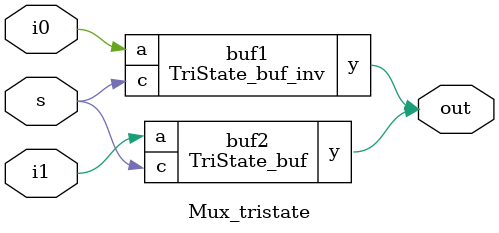
<source format=v>
`timescale 1ns / 1ps
module TriState_buf(
input a,c,
output y
);
assign y= c ? a : 1'bz;
endmodule
// Declaring Inverted Tri State Buffer
module TriState_buf_inv(
input a,c,
output y
);
assign y= c ? 1'bz : a;
endmodule
// 2x1 MUX using Tri state buffer
module Mux_tristate(
input i0,i1,s,
output out);

TriState_buf_inv buf1(i0,s,out);
TriState_buf buf2(i1,s,out);
endmodule

</source>
